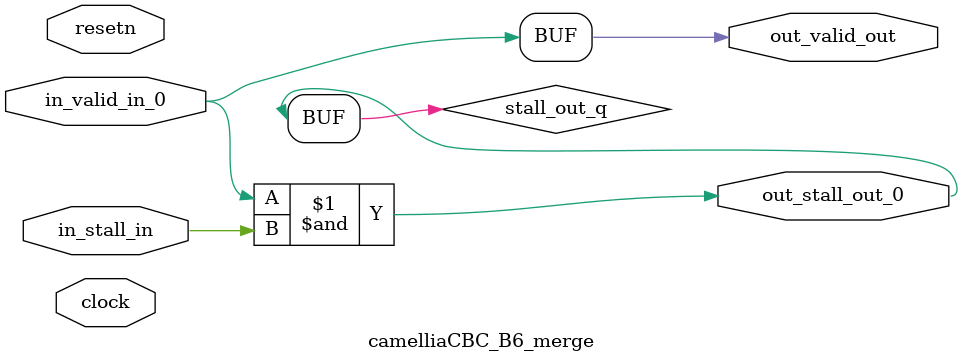
<source format=sv>



(* altera_attribute = "-name AUTO_SHIFT_REGISTER_RECOGNITION OFF; -name MESSAGE_DISABLE 10036; -name MESSAGE_DISABLE 10037; -name MESSAGE_DISABLE 14130; -name MESSAGE_DISABLE 14320; -name MESSAGE_DISABLE 15400; -name MESSAGE_DISABLE 14130; -name MESSAGE_DISABLE 10036; -name MESSAGE_DISABLE 12020; -name MESSAGE_DISABLE 12030; -name MESSAGE_DISABLE 12010; -name MESSAGE_DISABLE 12110; -name MESSAGE_DISABLE 14320; -name MESSAGE_DISABLE 13410; -name MESSAGE_DISABLE 113007; -name MESSAGE_DISABLE 10958" *)
module camelliaCBC_B6_merge (
    input wire [0:0] in_stall_in,
    input wire [0:0] in_valid_in_0,
    output wire [0:0] out_stall_out_0,
    output wire [0:0] out_valid_out,
    input wire clock,
    input wire resetn
    );

    wire [0:0] stall_out_q;


    // stall_out(LOGICAL,6)
    assign stall_out_q = in_valid_in_0 & in_stall_in;

    // out_stall_out_0(GPOUT,4)
    assign out_stall_out_0 = stall_out_q;

    // out_valid_out(GPOUT,5)
    assign out_valid_out = in_valid_in_0;

endmodule

</source>
